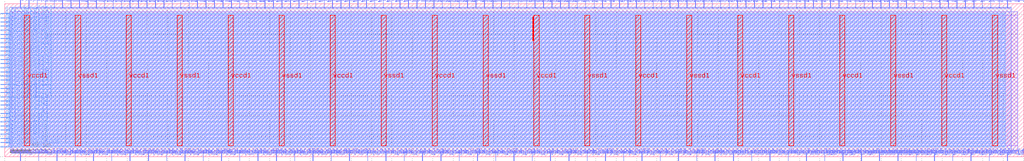
<source format=lef>
VERSION 5.7 ;
  NOWIREEXTENSIONATPIN ON ;
  DIVIDERCHAR "/" ;
  BUSBITCHARS "[]" ;
MACRO controller_core
  CLASS BLOCK ;
  FOREIGN controller_core ;
  ORIGIN 0.000 0.000 ;
  SIZE 1000.000 BY 150.000 ;
  PIN clock
    DIRECTION INPUT ;
    USE SIGNAL ;
    PORT
      LAYER met2 ;
        RECT 338.190 -4.000 338.470 4.000 ;
    END
  END clock
  PIN clock_out[0]
    DIRECTION OUTPUT TRISTATE ;
    USE SIGNAL ;
    PORT
      LAYER met2 ;
        RECT 280.230 146.000 280.510 154.000 ;
    END
  END clock_out[0]
  PIN clock_out[1]
    DIRECTION OUTPUT TRISTATE ;
    USE SIGNAL ;
    PORT
      LAYER met2 ;
        RECT 288.510 146.000 288.790 154.000 ;
    END
  END clock_out[1]
  PIN clock_out[2]
    DIRECTION OUTPUT TRISTATE ;
    USE SIGNAL ;
    PORT
      LAYER met2 ;
        RECT 296.790 146.000 297.070 154.000 ;
    END
  END clock_out[2]
  PIN clock_out[3]
    DIRECTION OUTPUT TRISTATE ;
    USE SIGNAL ;
    PORT
      LAYER met2 ;
        RECT 305.070 146.000 305.350 154.000 ;
    END
  END clock_out[3]
  PIN clock_out[4]
    DIRECTION OUTPUT TRISTATE ;
    USE SIGNAL ;
    PORT
      LAYER met2 ;
        RECT 313.350 146.000 313.630 154.000 ;
    END
  END clock_out[4]
  PIN clock_out[5]
    DIRECTION OUTPUT TRISTATE ;
    USE SIGNAL ;
    PORT
      LAYER met2 ;
        RECT 321.630 146.000 321.910 154.000 ;
    END
  END clock_out[5]
  PIN clock_out[6]
    DIRECTION OUTPUT TRISTATE ;
    USE SIGNAL ;
    PORT
      LAYER met2 ;
        RECT 329.910 146.000 330.190 154.000 ;
    END
  END clock_out[6]
  PIN clock_out[7]
    DIRECTION OUTPUT TRISTATE ;
    USE SIGNAL ;
    PORT
      LAYER met2 ;
        RECT 338.190 146.000 338.470 154.000 ;
    END
  END clock_out[7]
  PIN clock_out[8]
    DIRECTION OUTPUT TRISTATE ;
    USE SIGNAL ;
    PORT
      LAYER met2 ;
        RECT 346.470 146.000 346.750 154.000 ;
    END
  END clock_out[8]
  PIN clock_out[9]
    DIRECTION OUTPUT TRISTATE ;
    USE SIGNAL ;
    PORT
      LAYER met2 ;
        RECT 354.750 146.000 355.030 154.000 ;
    END
  END clock_out[9]
  PIN col_select_left[0]
    DIRECTION OUTPUT TRISTATE ;
    USE SIGNAL ;
    PORT
      LAYER met2 ;
        RECT 512.070 146.000 512.350 154.000 ;
    END
  END col_select_left[0]
  PIN col_select_left[1]
    DIRECTION OUTPUT TRISTATE ;
    USE SIGNAL ;
    PORT
      LAYER met2 ;
        RECT 520.350 146.000 520.630 154.000 ;
    END
  END col_select_left[1]
  PIN col_select_left[2]
    DIRECTION OUTPUT TRISTATE ;
    USE SIGNAL ;
    PORT
      LAYER met2 ;
        RECT 528.630 146.000 528.910 154.000 ;
    END
  END col_select_left[2]
  PIN col_select_left[3]
    DIRECTION OUTPUT TRISTATE ;
    USE SIGNAL ;
    PORT
      LAYER met2 ;
        RECT 536.910 146.000 537.190 154.000 ;
    END
  END col_select_left[3]
  PIN col_select_left[4]
    DIRECTION OUTPUT TRISTATE ;
    USE SIGNAL ;
    PORT
      LAYER met2 ;
        RECT 545.190 146.000 545.470 154.000 ;
    END
  END col_select_left[4]
  PIN col_select_left[5]
    DIRECTION OUTPUT TRISTATE ;
    USE SIGNAL ;
    PORT
      LAYER met2 ;
        RECT 553.470 146.000 553.750 154.000 ;
    END
  END col_select_left[5]
  PIN col_select_right[0]
    DIRECTION OUTPUT TRISTATE ;
    USE SIGNAL ;
    PORT
      LAYER met2 ;
        RECT 462.390 146.000 462.670 154.000 ;
    END
  END col_select_right[0]
  PIN col_select_right[1]
    DIRECTION OUTPUT TRISTATE ;
    USE SIGNAL ;
    PORT
      LAYER met2 ;
        RECT 470.670 146.000 470.950 154.000 ;
    END
  END col_select_right[1]
  PIN col_select_right[2]
    DIRECTION OUTPUT TRISTATE ;
    USE SIGNAL ;
    PORT
      LAYER met2 ;
        RECT 478.950 146.000 479.230 154.000 ;
    END
  END col_select_right[2]
  PIN col_select_right[3]
    DIRECTION OUTPUT TRISTATE ;
    USE SIGNAL ;
    PORT
      LAYER met2 ;
        RECT 487.230 146.000 487.510 154.000 ;
    END
  END col_select_right[3]
  PIN col_select_right[4]
    DIRECTION OUTPUT TRISTATE ;
    USE SIGNAL ;
    PORT
      LAYER met2 ;
        RECT 495.510 146.000 495.790 154.000 ;
    END
  END col_select_right[4]
  PIN col_select_right[5]
    DIRECTION OUTPUT TRISTATE ;
    USE SIGNAL ;
    PORT
      LAYER met2 ;
        RECT 503.790 146.000 504.070 154.000 ;
    END
  END col_select_right[5]
  PIN data_out_left[0]
    DIRECTION OUTPUT TRISTATE ;
    USE SIGNAL ;
    PORT
      LAYER met2 ;
        RECT 694.230 146.000 694.510 154.000 ;
    END
  END data_out_left[0]
  PIN data_out_left[10]
    DIRECTION OUTPUT TRISTATE ;
    USE SIGNAL ;
    PORT
      LAYER met2 ;
        RECT 777.030 146.000 777.310 154.000 ;
    END
  END data_out_left[10]
  PIN data_out_left[11]
    DIRECTION OUTPUT TRISTATE ;
    USE SIGNAL ;
    PORT
      LAYER met2 ;
        RECT 785.310 146.000 785.590 154.000 ;
    END
  END data_out_left[11]
  PIN data_out_left[12]
    DIRECTION OUTPUT TRISTATE ;
    USE SIGNAL ;
    PORT
      LAYER met2 ;
        RECT 793.590 146.000 793.870 154.000 ;
    END
  END data_out_left[12]
  PIN data_out_left[13]
    DIRECTION OUTPUT TRISTATE ;
    USE SIGNAL ;
    PORT
      LAYER met2 ;
        RECT 801.870 146.000 802.150 154.000 ;
    END
  END data_out_left[13]
  PIN data_out_left[14]
    DIRECTION OUTPUT TRISTATE ;
    USE SIGNAL ;
    PORT
      LAYER met2 ;
        RECT 810.150 146.000 810.430 154.000 ;
    END
  END data_out_left[14]
  PIN data_out_left[15]
    DIRECTION OUTPUT TRISTATE ;
    USE SIGNAL ;
    PORT
      LAYER met2 ;
        RECT 818.430 146.000 818.710 154.000 ;
    END
  END data_out_left[15]
  PIN data_out_left[1]
    DIRECTION OUTPUT TRISTATE ;
    USE SIGNAL ;
    PORT
      LAYER met2 ;
        RECT 702.510 146.000 702.790 154.000 ;
    END
  END data_out_left[1]
  PIN data_out_left[2]
    DIRECTION OUTPUT TRISTATE ;
    USE SIGNAL ;
    PORT
      LAYER met2 ;
        RECT 710.790 146.000 711.070 154.000 ;
    END
  END data_out_left[2]
  PIN data_out_left[3]
    DIRECTION OUTPUT TRISTATE ;
    USE SIGNAL ;
    PORT
      LAYER met2 ;
        RECT 719.070 146.000 719.350 154.000 ;
    END
  END data_out_left[3]
  PIN data_out_left[4]
    DIRECTION OUTPUT TRISTATE ;
    USE SIGNAL ;
    PORT
      LAYER met2 ;
        RECT 727.350 146.000 727.630 154.000 ;
    END
  END data_out_left[4]
  PIN data_out_left[5]
    DIRECTION OUTPUT TRISTATE ;
    USE SIGNAL ;
    PORT
      LAYER met2 ;
        RECT 735.630 146.000 735.910 154.000 ;
    END
  END data_out_left[5]
  PIN data_out_left[6]
    DIRECTION OUTPUT TRISTATE ;
    USE SIGNAL ;
    PORT
      LAYER met2 ;
        RECT 743.910 146.000 744.190 154.000 ;
    END
  END data_out_left[6]
  PIN data_out_left[7]
    DIRECTION OUTPUT TRISTATE ;
    USE SIGNAL ;
    PORT
      LAYER met2 ;
        RECT 752.190 146.000 752.470 154.000 ;
    END
  END data_out_left[7]
  PIN data_out_left[8]
    DIRECTION OUTPUT TRISTATE ;
    USE SIGNAL ;
    PORT
      LAYER met2 ;
        RECT 760.470 146.000 760.750 154.000 ;
    END
  END data_out_left[8]
  PIN data_out_left[9]
    DIRECTION OUTPUT TRISTATE ;
    USE SIGNAL ;
    PORT
      LAYER met2 ;
        RECT 768.750 146.000 769.030 154.000 ;
    END
  END data_out_left[9]
  PIN data_out_right[0]
    DIRECTION OUTPUT TRISTATE ;
    USE SIGNAL ;
    PORT
      LAYER met2 ;
        RECT 561.750 146.000 562.030 154.000 ;
    END
  END data_out_right[0]
  PIN data_out_right[10]
    DIRECTION OUTPUT TRISTATE ;
    USE SIGNAL ;
    PORT
      LAYER met2 ;
        RECT 644.550 146.000 644.830 154.000 ;
    END
  END data_out_right[10]
  PIN data_out_right[11]
    DIRECTION OUTPUT TRISTATE ;
    USE SIGNAL ;
    PORT
      LAYER met2 ;
        RECT 652.830 146.000 653.110 154.000 ;
    END
  END data_out_right[11]
  PIN data_out_right[12]
    DIRECTION OUTPUT TRISTATE ;
    USE SIGNAL ;
    PORT
      LAYER met2 ;
        RECT 661.110 146.000 661.390 154.000 ;
    END
  END data_out_right[12]
  PIN data_out_right[13]
    DIRECTION OUTPUT TRISTATE ;
    USE SIGNAL ;
    PORT
      LAYER met2 ;
        RECT 669.390 146.000 669.670 154.000 ;
    END
  END data_out_right[13]
  PIN data_out_right[14]
    DIRECTION OUTPUT TRISTATE ;
    USE SIGNAL ;
    PORT
      LAYER met2 ;
        RECT 677.670 146.000 677.950 154.000 ;
    END
  END data_out_right[14]
  PIN data_out_right[15]
    DIRECTION OUTPUT TRISTATE ;
    USE SIGNAL ;
    PORT
      LAYER met2 ;
        RECT 685.950 146.000 686.230 154.000 ;
    END
  END data_out_right[15]
  PIN data_out_right[1]
    DIRECTION OUTPUT TRISTATE ;
    USE SIGNAL ;
    PORT
      LAYER met2 ;
        RECT 570.030 146.000 570.310 154.000 ;
    END
  END data_out_right[1]
  PIN data_out_right[2]
    DIRECTION OUTPUT TRISTATE ;
    USE SIGNAL ;
    PORT
      LAYER met2 ;
        RECT 578.310 146.000 578.590 154.000 ;
    END
  END data_out_right[2]
  PIN data_out_right[3]
    DIRECTION OUTPUT TRISTATE ;
    USE SIGNAL ;
    PORT
      LAYER met2 ;
        RECT 586.590 146.000 586.870 154.000 ;
    END
  END data_out_right[3]
  PIN data_out_right[4]
    DIRECTION OUTPUT TRISTATE ;
    USE SIGNAL ;
    PORT
      LAYER met2 ;
        RECT 594.870 146.000 595.150 154.000 ;
    END
  END data_out_right[4]
  PIN data_out_right[5]
    DIRECTION OUTPUT TRISTATE ;
    USE SIGNAL ;
    PORT
      LAYER met2 ;
        RECT 603.150 146.000 603.430 154.000 ;
    END
  END data_out_right[5]
  PIN data_out_right[6]
    DIRECTION OUTPUT TRISTATE ;
    USE SIGNAL ;
    PORT
      LAYER met2 ;
        RECT 611.430 146.000 611.710 154.000 ;
    END
  END data_out_right[6]
  PIN data_out_right[7]
    DIRECTION OUTPUT TRISTATE ;
    USE SIGNAL ;
    PORT
      LAYER met2 ;
        RECT 619.710 146.000 619.990 154.000 ;
    END
  END data_out_right[7]
  PIN data_out_right[8]
    DIRECTION OUTPUT TRISTATE ;
    USE SIGNAL ;
    PORT
      LAYER met2 ;
        RECT 627.990 146.000 628.270 154.000 ;
    END
  END data_out_right[8]
  PIN data_out_right[9]
    DIRECTION OUTPUT TRISTATE ;
    USE SIGNAL ;
    PORT
      LAYER met2 ;
        RECT 636.270 146.000 636.550 154.000 ;
    END
  END data_out_right[9]
  PIN inverter_select[0]
    DIRECTION OUTPUT TRISTATE ;
    USE SIGNAL ;
    PORT
      LAYER met2 ;
        RECT 909.510 146.000 909.790 154.000 ;
    END
  END inverter_select[0]
  PIN inverter_select[1]
    DIRECTION OUTPUT TRISTATE ;
    USE SIGNAL ;
    PORT
      LAYER met2 ;
        RECT 917.790 146.000 918.070 154.000 ;
    END
  END inverter_select[1]
  PIN inverter_select[2]
    DIRECTION OUTPUT TRISTATE ;
    USE SIGNAL ;
    PORT
      LAYER met2 ;
        RECT 926.070 146.000 926.350 154.000 ;
    END
  END inverter_select[2]
  PIN inverter_select[3]
    DIRECTION OUTPUT TRISTATE ;
    USE SIGNAL ;
    PORT
      LAYER met2 ;
        RECT 934.350 146.000 934.630 154.000 ;
    END
  END inverter_select[3]
  PIN inverter_select[4]
    DIRECTION OUTPUT TRISTATE ;
    USE SIGNAL ;
    PORT
      LAYER met2 ;
        RECT 942.630 146.000 942.910 154.000 ;
    END
  END inverter_select[4]
  PIN inverter_select[5]
    DIRECTION OUTPUT TRISTATE ;
    USE SIGNAL ;
    PORT
      LAYER met2 ;
        RECT 950.910 146.000 951.190 154.000 ;
    END
  END inverter_select[5]
  PIN inverter_select[6]
    DIRECTION OUTPUT TRISTATE ;
    USE SIGNAL ;
    PORT
      LAYER met2 ;
        RECT 959.190 146.000 959.470 154.000 ;
    END
  END inverter_select[6]
  PIN inverter_select[7]
    DIRECTION OUTPUT TRISTATE ;
    USE SIGNAL ;
    PORT
      LAYER met2 ;
        RECT 967.470 146.000 967.750 154.000 ;
    END
  END inverter_select[7]
  PIN inverter_select[8]
    DIRECTION OUTPUT TRISTATE ;
    USE SIGNAL ;
    PORT
      LAYER met2 ;
        RECT 975.750 146.000 976.030 154.000 ;
    END
  END inverter_select[8]
  PIN inverter_select[9]
    DIRECTION OUTPUT TRISTATE ;
    USE SIGNAL ;
    PORT
      LAYER met2 ;
        RECT 984.030 146.000 984.310 154.000 ;
    END
  END inverter_select[9]
  PIN io_control_trigger_in
    DIRECTION INPUT ;
    USE SIGNAL ;
    PORT
      LAYER met2 ;
        RECT 750.810 -4.000 751.090 4.000 ;
    END
  END io_control_trigger_in
  PIN io_control_trigger_oeb
    DIRECTION OUTPUT TRISTATE ;
    USE SIGNAL ;
    PORT
      LAYER met2 ;
        RECT 768.750 -4.000 769.030 4.000 ;
    END
  END io_control_trigger_oeb
  PIN io_driver_io_oeb[0]
    DIRECTION OUTPUT TRISTATE ;
    USE SIGNAL ;
    PORT
      LAYER met2 ;
        RECT 822.570 -4.000 822.850 4.000 ;
    END
  END io_driver_io_oeb[0]
  PIN io_driver_io_oeb[1]
    DIRECTION OUTPUT TRISTATE ;
    USE SIGNAL ;
    PORT
      LAYER met2 ;
        RECT 840.510 -4.000 840.790 4.000 ;
    END
  END io_driver_io_oeb[1]
  PIN io_driver_io_oeb[2]
    DIRECTION OUTPUT TRISTATE ;
    USE SIGNAL ;
    PORT
      LAYER met2 ;
        RECT 858.450 -4.000 858.730 4.000 ;
    END
  END io_driver_io_oeb[2]
  PIN io_driver_io_oeb[3]
    DIRECTION OUTPUT TRISTATE ;
    USE SIGNAL ;
    PORT
      LAYER met2 ;
        RECT 876.390 -4.000 876.670 4.000 ;
    END
  END io_driver_io_oeb[3]
  PIN io_driver_io_oeb[4]
    DIRECTION OUTPUT TRISTATE ;
    USE SIGNAL ;
    PORT
      LAYER met2 ;
        RECT 894.330 -4.000 894.610 4.000 ;
    END
  END io_driver_io_oeb[4]
  PIN io_driver_io_oeb[5]
    DIRECTION OUTPUT TRISTATE ;
    USE SIGNAL ;
    PORT
      LAYER met2 ;
        RECT 912.270 -4.000 912.550 4.000 ;
    END
  END io_driver_io_oeb[5]
  PIN io_driver_io_oeb[6]
    DIRECTION OUTPUT TRISTATE ;
    USE SIGNAL ;
    PORT
      LAYER met2 ;
        RECT 930.210 -4.000 930.490 4.000 ;
    END
  END io_driver_io_oeb[6]
  PIN io_driver_io_oeb[7]
    DIRECTION OUTPUT TRISTATE ;
    USE SIGNAL ;
    PORT
      LAYER met2 ;
        RECT 948.150 -4.000 948.430 4.000 ;
    END
  END io_driver_io_oeb[7]
  PIN io_driver_io_oeb[8]
    DIRECTION OUTPUT TRISTATE ;
    USE SIGNAL ;
    PORT
      LAYER met2 ;
        RECT 966.090 -4.000 966.370 4.000 ;
    END
  END io_driver_io_oeb[8]
  PIN io_driver_io_oeb[9]
    DIRECTION OUTPUT TRISTATE ;
    USE SIGNAL ;
    PORT
      LAYER met2 ;
        RECT 984.030 -4.000 984.310 4.000 ;
    END
  END io_driver_io_oeb[9]
  PIN io_latch_data_in
    DIRECTION INPUT ;
    USE SIGNAL ;
    PORT
      LAYER met2 ;
        RECT 714.930 -4.000 715.210 4.000 ;
    END
  END io_latch_data_in
  PIN io_latch_data_oeb
    DIRECTION OUTPUT TRISTATE ;
    USE SIGNAL ;
    PORT
      LAYER met2 ;
        RECT 732.870 -4.000 733.150 4.000 ;
    END
  END io_latch_data_oeb
  PIN io_reset_n_in
    DIRECTION INPUT ;
    USE SIGNAL ;
    PORT
      LAYER met2 ;
        RECT 679.050 -4.000 679.330 4.000 ;
    END
  END io_reset_n_in
  PIN io_reset_n_oeb
    DIRECTION OUTPUT TRISTATE ;
    USE SIGNAL ;
    PORT
      LAYER met2 ;
        RECT 696.990 -4.000 697.270 4.000 ;
    END
  END io_reset_n_oeb
  PIN io_update_cycle_complete_oeb
    DIRECTION OUTPUT TRISTATE ;
    USE SIGNAL ;
    PORT
      LAYER met2 ;
        RECT 804.630 -4.000 804.910 4.000 ;
    END
  END io_update_cycle_complete_oeb
  PIN io_update_cycle_complete_out
    DIRECTION OUTPUT TRISTATE ;
    USE SIGNAL ;
    PORT
      LAYER met2 ;
        RECT 786.690 -4.000 786.970 4.000 ;
    END
  END io_update_cycle_complete_out
  PIN la_data_in[0]
    DIRECTION INPUT ;
    USE SIGNAL ;
    PORT
      LAYER met2 ;
        RECT 15.270 -4.000 15.550 4.000 ;
    END
  END la_data_in[0]
  PIN la_data_in[10]
    DIRECTION INPUT ;
    USE SIGNAL ;
    PORT
      LAYER met2 ;
        RECT 194.670 -4.000 194.950 4.000 ;
    END
  END la_data_in[10]
  PIN la_data_in[11]
    DIRECTION INPUT ;
    USE SIGNAL ;
    PORT
      LAYER met2 ;
        RECT 212.610 -4.000 212.890 4.000 ;
    END
  END la_data_in[11]
  PIN la_data_in[12]
    DIRECTION INPUT ;
    USE SIGNAL ;
    PORT
      LAYER met2 ;
        RECT 230.550 -4.000 230.830 4.000 ;
    END
  END la_data_in[12]
  PIN la_data_in[13]
    DIRECTION INPUT ;
    USE SIGNAL ;
    PORT
      LAYER met2 ;
        RECT 248.490 -4.000 248.770 4.000 ;
    END
  END la_data_in[13]
  PIN la_data_in[14]
    DIRECTION INPUT ;
    USE SIGNAL ;
    PORT
      LAYER met2 ;
        RECT 266.430 -4.000 266.710 4.000 ;
    END
  END la_data_in[14]
  PIN la_data_in[15]
    DIRECTION INPUT ;
    USE SIGNAL ;
    PORT
      LAYER met2 ;
        RECT 284.370 -4.000 284.650 4.000 ;
    END
  END la_data_in[15]
  PIN la_data_in[16]
    DIRECTION INPUT ;
    USE SIGNAL ;
    PORT
      LAYER met2 ;
        RECT 302.310 -4.000 302.590 4.000 ;
    END
  END la_data_in[16]
  PIN la_data_in[17]
    DIRECTION INPUT ;
    USE SIGNAL ;
    PORT
      LAYER met2 ;
        RECT 320.250 -4.000 320.530 4.000 ;
    END
  END la_data_in[17]
  PIN la_data_in[1]
    DIRECTION INPUT ;
    USE SIGNAL ;
    PORT
      LAYER met2 ;
        RECT 33.210 -4.000 33.490 4.000 ;
    END
  END la_data_in[1]
  PIN la_data_in[2]
    DIRECTION INPUT ;
    USE SIGNAL ;
    PORT
      LAYER met2 ;
        RECT 51.150 -4.000 51.430 4.000 ;
    END
  END la_data_in[2]
  PIN la_data_in[3]
    DIRECTION INPUT ;
    USE SIGNAL ;
    PORT
      LAYER met2 ;
        RECT 69.090 -4.000 69.370 4.000 ;
    END
  END la_data_in[3]
  PIN la_data_in[4]
    DIRECTION INPUT ;
    USE SIGNAL ;
    PORT
      LAYER met2 ;
        RECT 87.030 -4.000 87.310 4.000 ;
    END
  END la_data_in[4]
  PIN la_data_in[5]
    DIRECTION INPUT ;
    USE SIGNAL ;
    PORT
      LAYER met2 ;
        RECT 104.970 -4.000 105.250 4.000 ;
    END
  END la_data_in[5]
  PIN la_data_in[6]
    DIRECTION INPUT ;
    USE SIGNAL ;
    PORT
      LAYER met2 ;
        RECT 122.910 -4.000 123.190 4.000 ;
    END
  END la_data_in[6]
  PIN la_data_in[7]
    DIRECTION INPUT ;
    USE SIGNAL ;
    PORT
      LAYER met2 ;
        RECT 140.850 -4.000 141.130 4.000 ;
    END
  END la_data_in[7]
  PIN la_data_in[8]
    DIRECTION INPUT ;
    USE SIGNAL ;
    PORT
      LAYER met2 ;
        RECT 158.790 -4.000 159.070 4.000 ;
    END
  END la_data_in[8]
  PIN la_data_in[9]
    DIRECTION INPUT ;
    USE SIGNAL ;
    PORT
      LAYER met2 ;
        RECT 176.730 -4.000 177.010 4.000 ;
    END
  END la_data_in[9]
  PIN la_oenb[0]
    DIRECTION INPUT ;
    USE SIGNAL ;
    PORT
      LAYER met2 ;
        RECT 356.130 -4.000 356.410 4.000 ;
    END
  END la_oenb[0]
  PIN la_oenb[10]
    DIRECTION INPUT ;
    USE SIGNAL ;
    PORT
      LAYER met2 ;
        RECT 535.530 -4.000 535.810 4.000 ;
    END
  END la_oenb[10]
  PIN la_oenb[11]
    DIRECTION INPUT ;
    USE SIGNAL ;
    PORT
      LAYER met2 ;
        RECT 553.470 -4.000 553.750 4.000 ;
    END
  END la_oenb[11]
  PIN la_oenb[12]
    DIRECTION INPUT ;
    USE SIGNAL ;
    PORT
      LAYER met2 ;
        RECT 571.410 -4.000 571.690 4.000 ;
    END
  END la_oenb[12]
  PIN la_oenb[13]
    DIRECTION INPUT ;
    USE SIGNAL ;
    PORT
      LAYER met2 ;
        RECT 589.350 -4.000 589.630 4.000 ;
    END
  END la_oenb[13]
  PIN la_oenb[14]
    DIRECTION INPUT ;
    USE SIGNAL ;
    PORT
      LAYER met2 ;
        RECT 607.290 -4.000 607.570 4.000 ;
    END
  END la_oenb[14]
  PIN la_oenb[15]
    DIRECTION INPUT ;
    USE SIGNAL ;
    PORT
      LAYER met2 ;
        RECT 625.230 -4.000 625.510 4.000 ;
    END
  END la_oenb[15]
  PIN la_oenb[16]
    DIRECTION INPUT ;
    USE SIGNAL ;
    PORT
      LAYER met2 ;
        RECT 643.170 -4.000 643.450 4.000 ;
    END
  END la_oenb[16]
  PIN la_oenb[17]
    DIRECTION INPUT ;
    USE SIGNAL ;
    PORT
      LAYER met2 ;
        RECT 661.110 -4.000 661.390 4.000 ;
    END
  END la_oenb[17]
  PIN la_oenb[1]
    DIRECTION INPUT ;
    USE SIGNAL ;
    PORT
      LAYER met2 ;
        RECT 374.070 -4.000 374.350 4.000 ;
    END
  END la_oenb[1]
  PIN la_oenb[2]
    DIRECTION INPUT ;
    USE SIGNAL ;
    PORT
      LAYER met2 ;
        RECT 392.010 -4.000 392.290 4.000 ;
    END
  END la_oenb[2]
  PIN la_oenb[3]
    DIRECTION INPUT ;
    USE SIGNAL ;
    PORT
      LAYER met2 ;
        RECT 409.950 -4.000 410.230 4.000 ;
    END
  END la_oenb[3]
  PIN la_oenb[4]
    DIRECTION INPUT ;
    USE SIGNAL ;
    PORT
      LAYER met2 ;
        RECT 427.890 -4.000 428.170 4.000 ;
    END
  END la_oenb[4]
  PIN la_oenb[5]
    DIRECTION INPUT ;
    USE SIGNAL ;
    PORT
      LAYER met2 ;
        RECT 445.830 -4.000 446.110 4.000 ;
    END
  END la_oenb[5]
  PIN la_oenb[6]
    DIRECTION INPUT ;
    USE SIGNAL ;
    PORT
      LAYER met2 ;
        RECT 463.770 -4.000 464.050 4.000 ;
    END
  END la_oenb[6]
  PIN la_oenb[7]
    DIRECTION INPUT ;
    USE SIGNAL ;
    PORT
      LAYER met2 ;
        RECT 481.710 -4.000 481.990 4.000 ;
    END
  END la_oenb[7]
  PIN la_oenb[8]
    DIRECTION INPUT ;
    USE SIGNAL ;
    PORT
      LAYER met2 ;
        RECT 499.650 -4.000 499.930 4.000 ;
    END
  END la_oenb[8]
  PIN la_oenb[9]
    DIRECTION INPUT ;
    USE SIGNAL ;
    PORT
      LAYER met2 ;
        RECT 517.590 -4.000 517.870 4.000 ;
    END
  END la_oenb[9]
  PIN mem_address_left[0]
    DIRECTION OUTPUT TRISTATE ;
    USE SIGNAL ;
    PORT
      LAYER met2 ;
        RECT 114.630 146.000 114.910 154.000 ;
    END
  END mem_address_left[0]
  PIN mem_address_left[1]
    DIRECTION OUTPUT TRISTATE ;
    USE SIGNAL ;
    PORT
      LAYER met2 ;
        RECT 122.910 146.000 123.190 154.000 ;
    END
  END mem_address_left[1]
  PIN mem_address_left[2]
    DIRECTION OUTPUT TRISTATE ;
    USE SIGNAL ;
    PORT
      LAYER met2 ;
        RECT 131.190 146.000 131.470 154.000 ;
    END
  END mem_address_left[2]
  PIN mem_address_left[3]
    DIRECTION OUTPUT TRISTATE ;
    USE SIGNAL ;
    PORT
      LAYER met2 ;
        RECT 139.470 146.000 139.750 154.000 ;
    END
  END mem_address_left[3]
  PIN mem_address_left[4]
    DIRECTION OUTPUT TRISTATE ;
    USE SIGNAL ;
    PORT
      LAYER met2 ;
        RECT 147.750 146.000 148.030 154.000 ;
    END
  END mem_address_left[4]
  PIN mem_address_left[5]
    DIRECTION OUTPUT TRISTATE ;
    USE SIGNAL ;
    PORT
      LAYER met2 ;
        RECT 156.030 146.000 156.310 154.000 ;
    END
  END mem_address_left[5]
  PIN mem_address_left[6]
    DIRECTION OUTPUT TRISTATE ;
    USE SIGNAL ;
    PORT
      LAYER met2 ;
        RECT 164.310 146.000 164.590 154.000 ;
    END
  END mem_address_left[6]
  PIN mem_address_left[7]
    DIRECTION OUTPUT TRISTATE ;
    USE SIGNAL ;
    PORT
      LAYER met2 ;
        RECT 172.590 146.000 172.870 154.000 ;
    END
  END mem_address_left[7]
  PIN mem_address_left[8]
    DIRECTION OUTPUT TRISTATE ;
    USE SIGNAL ;
    PORT
      LAYER met2 ;
        RECT 180.870 146.000 181.150 154.000 ;
    END
  END mem_address_left[8]
  PIN mem_address_left[9]
    DIRECTION OUTPUT TRISTATE ;
    USE SIGNAL ;
    PORT
      LAYER met2 ;
        RECT 189.150 146.000 189.430 154.000 ;
    END
  END mem_address_left[9]
  PIN mem_address_right[0]
    DIRECTION OUTPUT TRISTATE ;
    USE SIGNAL ;
    PORT
      LAYER met2 ;
        RECT 31.830 146.000 32.110 154.000 ;
    END
  END mem_address_right[0]
  PIN mem_address_right[1]
    DIRECTION OUTPUT TRISTATE ;
    USE SIGNAL ;
    PORT
      LAYER met2 ;
        RECT 40.110 146.000 40.390 154.000 ;
    END
  END mem_address_right[1]
  PIN mem_address_right[2]
    DIRECTION OUTPUT TRISTATE ;
    USE SIGNAL ;
    PORT
      LAYER met2 ;
        RECT 48.390 146.000 48.670 154.000 ;
    END
  END mem_address_right[2]
  PIN mem_address_right[3]
    DIRECTION OUTPUT TRISTATE ;
    USE SIGNAL ;
    PORT
      LAYER met2 ;
        RECT 56.670 146.000 56.950 154.000 ;
    END
  END mem_address_right[3]
  PIN mem_address_right[4]
    DIRECTION OUTPUT TRISTATE ;
    USE SIGNAL ;
    PORT
      LAYER met2 ;
        RECT 64.950 146.000 65.230 154.000 ;
    END
  END mem_address_right[4]
  PIN mem_address_right[5]
    DIRECTION OUTPUT TRISTATE ;
    USE SIGNAL ;
    PORT
      LAYER met2 ;
        RECT 73.230 146.000 73.510 154.000 ;
    END
  END mem_address_right[5]
  PIN mem_address_right[6]
    DIRECTION OUTPUT TRISTATE ;
    USE SIGNAL ;
    PORT
      LAYER met2 ;
        RECT 81.510 146.000 81.790 154.000 ;
    END
  END mem_address_right[6]
  PIN mem_address_right[7]
    DIRECTION OUTPUT TRISTATE ;
    USE SIGNAL ;
    PORT
      LAYER met2 ;
        RECT 89.790 146.000 90.070 154.000 ;
    END
  END mem_address_right[7]
  PIN mem_address_right[8]
    DIRECTION OUTPUT TRISTATE ;
    USE SIGNAL ;
    PORT
      LAYER met2 ;
        RECT 98.070 146.000 98.350 154.000 ;
    END
  END mem_address_right[8]
  PIN mem_address_right[9]
    DIRECTION OUTPUT TRISTATE ;
    USE SIGNAL ;
    PORT
      LAYER met2 ;
        RECT 106.350 146.000 106.630 154.000 ;
    END
  END mem_address_right[9]
  PIN mem_write_n[0]
    DIRECTION OUTPUT TRISTATE ;
    USE SIGNAL ;
    PORT
      LAYER met2 ;
        RECT 197.430 146.000 197.710 154.000 ;
    END
  END mem_write_n[0]
  PIN mem_write_n[1]
    DIRECTION OUTPUT TRISTATE ;
    USE SIGNAL ;
    PORT
      LAYER met2 ;
        RECT 205.710 146.000 205.990 154.000 ;
    END
  END mem_write_n[1]
  PIN mem_write_n[2]
    DIRECTION OUTPUT TRISTATE ;
    USE SIGNAL ;
    PORT
      LAYER met2 ;
        RECT 213.990 146.000 214.270 154.000 ;
    END
  END mem_write_n[2]
  PIN mem_write_n[3]
    DIRECTION OUTPUT TRISTATE ;
    USE SIGNAL ;
    PORT
      LAYER met2 ;
        RECT 222.270 146.000 222.550 154.000 ;
    END
  END mem_write_n[3]
  PIN mem_write_n[4]
    DIRECTION OUTPUT TRISTATE ;
    USE SIGNAL ;
    PORT
      LAYER met2 ;
        RECT 230.550 146.000 230.830 154.000 ;
    END
  END mem_write_n[4]
  PIN mem_write_n[5]
    DIRECTION OUTPUT TRISTATE ;
    USE SIGNAL ;
    PORT
      LAYER met2 ;
        RECT 238.830 146.000 239.110 154.000 ;
    END
  END mem_write_n[5]
  PIN mem_write_n[6]
    DIRECTION OUTPUT TRISTATE ;
    USE SIGNAL ;
    PORT
      LAYER met2 ;
        RECT 247.110 146.000 247.390 154.000 ;
    END
  END mem_write_n[6]
  PIN mem_write_n[7]
    DIRECTION OUTPUT TRISTATE ;
    USE SIGNAL ;
    PORT
      LAYER met2 ;
        RECT 255.390 146.000 255.670 154.000 ;
    END
  END mem_write_n[7]
  PIN mem_write_n[8]
    DIRECTION OUTPUT TRISTATE ;
    USE SIGNAL ;
    PORT
      LAYER met2 ;
        RECT 263.670 146.000 263.950 154.000 ;
    END
  END mem_write_n[8]
  PIN mem_write_n[9]
    DIRECTION OUTPUT TRISTATE ;
    USE SIGNAL ;
    PORT
      LAYER met2 ;
        RECT 271.950 146.000 272.230 154.000 ;
    END
  END mem_write_n[9]
  PIN output_active_left
    DIRECTION OUTPUT TRISTATE ;
    USE SIGNAL ;
    PORT
      LAYER met2 ;
        RECT 23.550 146.000 23.830 154.000 ;
    END
  END output_active_left
  PIN output_active_right
    DIRECTION OUTPUT TRISTATE ;
    USE SIGNAL ;
    PORT
      LAYER met2 ;
        RECT 15.270 146.000 15.550 154.000 ;
    END
  END output_active_right
  PIN row_col_select[0]
    DIRECTION OUTPUT TRISTATE ;
    USE SIGNAL ;
    PORT
      LAYER met2 ;
        RECT 826.710 146.000 826.990 154.000 ;
    END
  END row_col_select[0]
  PIN row_col_select[1]
    DIRECTION OUTPUT TRISTATE ;
    USE SIGNAL ;
    PORT
      LAYER met2 ;
        RECT 834.990 146.000 835.270 154.000 ;
    END
  END row_col_select[1]
  PIN row_col_select[2]
    DIRECTION OUTPUT TRISTATE ;
    USE SIGNAL ;
    PORT
      LAYER met2 ;
        RECT 843.270 146.000 843.550 154.000 ;
    END
  END row_col_select[2]
  PIN row_col_select[3]
    DIRECTION OUTPUT TRISTATE ;
    USE SIGNAL ;
    PORT
      LAYER met2 ;
        RECT 851.550 146.000 851.830 154.000 ;
    END
  END row_col_select[3]
  PIN row_col_select[4]
    DIRECTION OUTPUT TRISTATE ;
    USE SIGNAL ;
    PORT
      LAYER met2 ;
        RECT 859.830 146.000 860.110 154.000 ;
    END
  END row_col_select[4]
  PIN row_col_select[5]
    DIRECTION OUTPUT TRISTATE ;
    USE SIGNAL ;
    PORT
      LAYER met2 ;
        RECT 868.110 146.000 868.390 154.000 ;
    END
  END row_col_select[5]
  PIN row_col_select[6]
    DIRECTION OUTPUT TRISTATE ;
    USE SIGNAL ;
    PORT
      LAYER met2 ;
        RECT 876.390 146.000 876.670 154.000 ;
    END
  END row_col_select[6]
  PIN row_col_select[7]
    DIRECTION OUTPUT TRISTATE ;
    USE SIGNAL ;
    PORT
      LAYER met2 ;
        RECT 884.670 146.000 884.950 154.000 ;
    END
  END row_col_select[7]
  PIN row_col_select[8]
    DIRECTION OUTPUT TRISTATE ;
    USE SIGNAL ;
    PORT
      LAYER met2 ;
        RECT 892.950 146.000 893.230 154.000 ;
    END
  END row_col_select[8]
  PIN row_col_select[9]
    DIRECTION OUTPUT TRISTATE ;
    USE SIGNAL ;
    PORT
      LAYER met2 ;
        RECT 901.230 146.000 901.510 154.000 ;
    END
  END row_col_select[9]
  PIN row_select_left[0]
    DIRECTION OUTPUT TRISTATE ;
    USE SIGNAL ;
    PORT
      LAYER met2 ;
        RECT 412.710 146.000 412.990 154.000 ;
    END
  END row_select_left[0]
  PIN row_select_left[1]
    DIRECTION OUTPUT TRISTATE ;
    USE SIGNAL ;
    PORT
      LAYER met2 ;
        RECT 420.990 146.000 421.270 154.000 ;
    END
  END row_select_left[1]
  PIN row_select_left[2]
    DIRECTION OUTPUT TRISTATE ;
    USE SIGNAL ;
    PORT
      LAYER met2 ;
        RECT 429.270 146.000 429.550 154.000 ;
    END
  END row_select_left[2]
  PIN row_select_left[3]
    DIRECTION OUTPUT TRISTATE ;
    USE SIGNAL ;
    PORT
      LAYER met2 ;
        RECT 437.550 146.000 437.830 154.000 ;
    END
  END row_select_left[3]
  PIN row_select_left[4]
    DIRECTION OUTPUT TRISTATE ;
    USE SIGNAL ;
    PORT
      LAYER met2 ;
        RECT 445.830 146.000 446.110 154.000 ;
    END
  END row_select_left[4]
  PIN row_select_left[5]
    DIRECTION OUTPUT TRISTATE ;
    USE SIGNAL ;
    PORT
      LAYER met2 ;
        RECT 454.110 146.000 454.390 154.000 ;
    END
  END row_select_left[5]
  PIN row_select_right[0]
    DIRECTION OUTPUT TRISTATE ;
    USE SIGNAL ;
    PORT
      LAYER met2 ;
        RECT 363.030 146.000 363.310 154.000 ;
    END
  END row_select_right[0]
  PIN row_select_right[1]
    DIRECTION OUTPUT TRISTATE ;
    USE SIGNAL ;
    PORT
      LAYER met2 ;
        RECT 371.310 146.000 371.590 154.000 ;
    END
  END row_select_right[1]
  PIN row_select_right[2]
    DIRECTION OUTPUT TRISTATE ;
    USE SIGNAL ;
    PORT
      LAYER met2 ;
        RECT 379.590 146.000 379.870 154.000 ;
    END
  END row_select_right[2]
  PIN row_select_right[3]
    DIRECTION OUTPUT TRISTATE ;
    USE SIGNAL ;
    PORT
      LAYER met2 ;
        RECT 387.870 146.000 388.150 154.000 ;
    END
  END row_select_right[3]
  PIN row_select_right[4]
    DIRECTION OUTPUT TRISTATE ;
    USE SIGNAL ;
    PORT
      LAYER met2 ;
        RECT 396.150 146.000 396.430 154.000 ;
    END
  END row_select_right[4]
  PIN row_select_right[5]
    DIRECTION OUTPUT TRISTATE ;
    USE SIGNAL ;
    PORT
      LAYER met2 ;
        RECT 404.430 146.000 404.710 154.000 ;
    END
  END row_select_right[5]
  PIN spi_data[0]
    DIRECTION INPUT ;
    USE SIGNAL ;
    PORT
      LAYER met3 ;
        RECT -4.000 13.640 4.000 14.240 ;
    END
  END spi_data[0]
  PIN spi_data[10]
    DIRECTION INPUT ;
    USE SIGNAL ;
    PORT
      LAYER met3 ;
        RECT -4.000 54.440 4.000 55.040 ;
    END
  END spi_data[10]
  PIN spi_data[11]
    DIRECTION INPUT ;
    USE SIGNAL ;
    PORT
      LAYER met3 ;
        RECT -4.000 58.520 4.000 59.120 ;
    END
  END spi_data[11]
  PIN spi_data[12]
    DIRECTION INPUT ;
    USE SIGNAL ;
    PORT
      LAYER met3 ;
        RECT -4.000 62.600 4.000 63.200 ;
    END
  END spi_data[12]
  PIN spi_data[13]
    DIRECTION INPUT ;
    USE SIGNAL ;
    PORT
      LAYER met3 ;
        RECT -4.000 66.680 4.000 67.280 ;
    END
  END spi_data[13]
  PIN spi_data[14]
    DIRECTION INPUT ;
    USE SIGNAL ;
    PORT
      LAYER met3 ;
        RECT -4.000 70.760 4.000 71.360 ;
    END
  END spi_data[14]
  PIN spi_data[15]
    DIRECTION INPUT ;
    USE SIGNAL ;
    PORT
      LAYER met3 ;
        RECT -4.000 74.840 4.000 75.440 ;
    END
  END spi_data[15]
  PIN spi_data[16]
    DIRECTION INPUT ;
    USE SIGNAL ;
    PORT
      LAYER met3 ;
        RECT -4.000 78.920 4.000 79.520 ;
    END
  END spi_data[16]
  PIN spi_data[17]
    DIRECTION INPUT ;
    USE SIGNAL ;
    PORT
      LAYER met3 ;
        RECT -4.000 83.000 4.000 83.600 ;
    END
  END spi_data[17]
  PIN spi_data[18]
    DIRECTION INPUT ;
    USE SIGNAL ;
    PORT
      LAYER met3 ;
        RECT -4.000 87.080 4.000 87.680 ;
    END
  END spi_data[18]
  PIN spi_data[19]
    DIRECTION INPUT ;
    USE SIGNAL ;
    PORT
      LAYER met3 ;
        RECT -4.000 91.160 4.000 91.760 ;
    END
  END spi_data[19]
  PIN spi_data[1]
    DIRECTION INPUT ;
    USE SIGNAL ;
    PORT
      LAYER met3 ;
        RECT -4.000 17.720 4.000 18.320 ;
    END
  END spi_data[1]
  PIN spi_data[20]
    DIRECTION INPUT ;
    USE SIGNAL ;
    PORT
      LAYER met3 ;
        RECT -4.000 95.240 4.000 95.840 ;
    END
  END spi_data[20]
  PIN spi_data[21]
    DIRECTION INPUT ;
    USE SIGNAL ;
    PORT
      LAYER met3 ;
        RECT -4.000 99.320 4.000 99.920 ;
    END
  END spi_data[21]
  PIN spi_data[22]
    DIRECTION INPUT ;
    USE SIGNAL ;
    PORT
      LAYER met3 ;
        RECT -4.000 103.400 4.000 104.000 ;
    END
  END spi_data[22]
  PIN spi_data[23]
    DIRECTION INPUT ;
    USE SIGNAL ;
    PORT
      LAYER met3 ;
        RECT -4.000 107.480 4.000 108.080 ;
    END
  END spi_data[23]
  PIN spi_data[24]
    DIRECTION INPUT ;
    USE SIGNAL ;
    PORT
      LAYER met3 ;
        RECT -4.000 111.560 4.000 112.160 ;
    END
  END spi_data[24]
  PIN spi_data[25]
    DIRECTION INPUT ;
    USE SIGNAL ;
    PORT
      LAYER met3 ;
        RECT -4.000 115.640 4.000 116.240 ;
    END
  END spi_data[25]
  PIN spi_data[26]
    DIRECTION INPUT ;
    USE SIGNAL ;
    PORT
      LAYER met3 ;
        RECT -4.000 119.720 4.000 120.320 ;
    END
  END spi_data[26]
  PIN spi_data[27]
    DIRECTION INPUT ;
    USE SIGNAL ;
    PORT
      LAYER met3 ;
        RECT -4.000 123.800 4.000 124.400 ;
    END
  END spi_data[27]
  PIN spi_data[28]
    DIRECTION INPUT ;
    USE SIGNAL ;
    PORT
      LAYER met3 ;
        RECT -4.000 127.880 4.000 128.480 ;
    END
  END spi_data[28]
  PIN spi_data[29]
    DIRECTION INPUT ;
    USE SIGNAL ;
    PORT
      LAYER met3 ;
        RECT -4.000 131.960 4.000 132.560 ;
    END
  END spi_data[29]
  PIN spi_data[2]
    DIRECTION INPUT ;
    USE SIGNAL ;
    PORT
      LAYER met3 ;
        RECT -4.000 21.800 4.000 22.400 ;
    END
  END spi_data[2]
  PIN spi_data[30]
    DIRECTION INPUT ;
    USE SIGNAL ;
    PORT
      LAYER met3 ;
        RECT -4.000 136.040 4.000 136.640 ;
    END
  END spi_data[30]
  PIN spi_data[31]
    DIRECTION INPUT ;
    USE SIGNAL ;
    PORT
      LAYER met3 ;
        RECT -4.000 140.120 4.000 140.720 ;
    END
  END spi_data[31]
  PIN spi_data[3]
    DIRECTION INPUT ;
    USE SIGNAL ;
    PORT
      LAYER met3 ;
        RECT -4.000 25.880 4.000 26.480 ;
    END
  END spi_data[3]
  PIN spi_data[4]
    DIRECTION INPUT ;
    USE SIGNAL ;
    PORT
      LAYER met3 ;
        RECT -4.000 29.960 4.000 30.560 ;
    END
  END spi_data[4]
  PIN spi_data[5]
    DIRECTION INPUT ;
    USE SIGNAL ;
    PORT
      LAYER met3 ;
        RECT -4.000 34.040 4.000 34.640 ;
    END
  END spi_data[5]
  PIN spi_data[6]
    DIRECTION INPUT ;
    USE SIGNAL ;
    PORT
      LAYER met3 ;
        RECT -4.000 38.120 4.000 38.720 ;
    END
  END spi_data[6]
  PIN spi_data[7]
    DIRECTION INPUT ;
    USE SIGNAL ;
    PORT
      LAYER met3 ;
        RECT -4.000 42.200 4.000 42.800 ;
    END
  END spi_data[7]
  PIN spi_data[8]
    DIRECTION INPUT ;
    USE SIGNAL ;
    PORT
      LAYER met3 ;
        RECT -4.000 46.280 4.000 46.880 ;
    END
  END spi_data[8]
  PIN spi_data[9]
    DIRECTION INPUT ;
    USE SIGNAL ;
    PORT
      LAYER met3 ;
        RECT -4.000 50.360 4.000 50.960 ;
    END
  END spi_data[9]
  PIN spi_data_clock
    DIRECTION INPUT ;
    USE SIGNAL ;
    PORT
      LAYER met3 ;
        RECT -4.000 9.560 4.000 10.160 ;
    END
  END spi_data_clock
  PIN vccd1
    DIRECTION INOUT ;
    USE POWER ;
    PORT
      LAYER met4 ;
        RECT 19.340 10.640 24.340 138.960 ;
    END
    PORT
      LAYER met4 ;
        RECT 119.340 10.640 124.340 138.960 ;
    END
    PORT
      LAYER met4 ;
        RECT 219.340 10.640 224.340 138.960 ;
    END
    PORT
      LAYER met4 ;
        RECT 319.340 10.640 324.340 138.960 ;
    END
    PORT
      LAYER met4 ;
        RECT 419.340 10.640 424.340 138.960 ;
    END
    PORT
      LAYER met4 ;
        RECT 519.340 10.640 524.340 138.960 ;
    END
    PORT
      LAYER met4 ;
        RECT 619.340 10.640 624.340 138.960 ;
    END
    PORT
      LAYER met4 ;
        RECT 719.340 10.640 724.340 138.960 ;
    END
    PORT
      LAYER met4 ;
        RECT 819.340 10.640 824.340 138.960 ;
    END
    PORT
      LAYER met4 ;
        RECT 919.340 10.640 924.340 138.960 ;
    END
  END vccd1
  PIN vssd1
    DIRECTION INOUT ;
    USE GROUND ;
    PORT
      LAYER met4 ;
        RECT 69.340 10.640 74.340 138.960 ;
    END
    PORT
      LAYER met4 ;
        RECT 169.340 10.640 174.340 138.960 ;
    END
    PORT
      LAYER met4 ;
        RECT 269.340 10.640 274.340 138.960 ;
    END
    PORT
      LAYER met4 ;
        RECT 369.340 10.640 374.340 138.960 ;
    END
    PORT
      LAYER met4 ;
        RECT 469.340 10.640 474.340 138.960 ;
    END
    PORT
      LAYER met4 ;
        RECT 569.340 10.640 574.340 138.960 ;
    END
    PORT
      LAYER met4 ;
        RECT 669.340 10.640 674.340 138.960 ;
    END
    PORT
      LAYER met4 ;
        RECT 769.340 10.640 774.340 138.960 ;
    END
    PORT
      LAYER met4 ;
        RECT 869.340 10.640 874.340 138.960 ;
    END
    PORT
      LAYER met4 ;
        RECT 969.340 10.640 974.340 138.960 ;
    END
  END vssd1
  OBS
      LAYER li1 ;
        RECT 5.520 10.795 994.060 138.805 ;
      LAYER met1 ;
        RECT 5.520 5.480 994.060 142.420 ;
      LAYER met2 ;
        RECT 6.990 145.720 14.990 146.610 ;
        RECT 15.830 145.720 23.270 146.610 ;
        RECT 24.110 145.720 31.550 146.610 ;
        RECT 32.390 145.720 39.830 146.610 ;
        RECT 40.670 145.720 48.110 146.610 ;
        RECT 48.950 145.720 56.390 146.610 ;
        RECT 57.230 145.720 64.670 146.610 ;
        RECT 65.510 145.720 72.950 146.610 ;
        RECT 73.790 145.720 81.230 146.610 ;
        RECT 82.070 145.720 89.510 146.610 ;
        RECT 90.350 145.720 97.790 146.610 ;
        RECT 98.630 145.720 106.070 146.610 ;
        RECT 106.910 145.720 114.350 146.610 ;
        RECT 115.190 145.720 122.630 146.610 ;
        RECT 123.470 145.720 130.910 146.610 ;
        RECT 131.750 145.720 139.190 146.610 ;
        RECT 140.030 145.720 147.470 146.610 ;
        RECT 148.310 145.720 155.750 146.610 ;
        RECT 156.590 145.720 164.030 146.610 ;
        RECT 164.870 145.720 172.310 146.610 ;
        RECT 173.150 145.720 180.590 146.610 ;
        RECT 181.430 145.720 188.870 146.610 ;
        RECT 189.710 145.720 197.150 146.610 ;
        RECT 197.990 145.720 205.430 146.610 ;
        RECT 206.270 145.720 213.710 146.610 ;
        RECT 214.550 145.720 221.990 146.610 ;
        RECT 222.830 145.720 230.270 146.610 ;
        RECT 231.110 145.720 238.550 146.610 ;
        RECT 239.390 145.720 246.830 146.610 ;
        RECT 247.670 145.720 255.110 146.610 ;
        RECT 255.950 145.720 263.390 146.610 ;
        RECT 264.230 145.720 271.670 146.610 ;
        RECT 272.510 145.720 279.950 146.610 ;
        RECT 280.790 145.720 288.230 146.610 ;
        RECT 289.070 145.720 296.510 146.610 ;
        RECT 297.350 145.720 304.790 146.610 ;
        RECT 305.630 145.720 313.070 146.610 ;
        RECT 313.910 145.720 321.350 146.610 ;
        RECT 322.190 145.720 329.630 146.610 ;
        RECT 330.470 145.720 337.910 146.610 ;
        RECT 338.750 145.720 346.190 146.610 ;
        RECT 347.030 145.720 354.470 146.610 ;
        RECT 355.310 145.720 362.750 146.610 ;
        RECT 363.590 145.720 371.030 146.610 ;
        RECT 371.870 145.720 379.310 146.610 ;
        RECT 380.150 145.720 387.590 146.610 ;
        RECT 388.430 145.720 395.870 146.610 ;
        RECT 396.710 145.720 404.150 146.610 ;
        RECT 404.990 145.720 412.430 146.610 ;
        RECT 413.270 145.720 420.710 146.610 ;
        RECT 421.550 145.720 428.990 146.610 ;
        RECT 429.830 145.720 437.270 146.610 ;
        RECT 438.110 145.720 445.550 146.610 ;
        RECT 446.390 145.720 453.830 146.610 ;
        RECT 454.670 145.720 462.110 146.610 ;
        RECT 462.950 145.720 470.390 146.610 ;
        RECT 471.230 145.720 478.670 146.610 ;
        RECT 479.510 145.720 486.950 146.610 ;
        RECT 487.790 145.720 495.230 146.610 ;
        RECT 496.070 145.720 503.510 146.610 ;
        RECT 504.350 145.720 511.790 146.610 ;
        RECT 512.630 145.720 520.070 146.610 ;
        RECT 520.910 145.720 528.350 146.610 ;
        RECT 529.190 145.720 536.630 146.610 ;
        RECT 537.470 145.720 544.910 146.610 ;
        RECT 545.750 145.720 553.190 146.610 ;
        RECT 554.030 145.720 561.470 146.610 ;
        RECT 562.310 145.720 569.750 146.610 ;
        RECT 570.590 145.720 578.030 146.610 ;
        RECT 578.870 145.720 586.310 146.610 ;
        RECT 587.150 145.720 594.590 146.610 ;
        RECT 595.430 145.720 602.870 146.610 ;
        RECT 603.710 145.720 611.150 146.610 ;
        RECT 611.990 145.720 619.430 146.610 ;
        RECT 620.270 145.720 627.710 146.610 ;
        RECT 628.550 145.720 635.990 146.610 ;
        RECT 636.830 145.720 644.270 146.610 ;
        RECT 645.110 145.720 652.550 146.610 ;
        RECT 653.390 145.720 660.830 146.610 ;
        RECT 661.670 145.720 669.110 146.610 ;
        RECT 669.950 145.720 677.390 146.610 ;
        RECT 678.230 145.720 685.670 146.610 ;
        RECT 686.510 145.720 693.950 146.610 ;
        RECT 694.790 145.720 702.230 146.610 ;
        RECT 703.070 145.720 710.510 146.610 ;
        RECT 711.350 145.720 718.790 146.610 ;
        RECT 719.630 145.720 727.070 146.610 ;
        RECT 727.910 145.720 735.350 146.610 ;
        RECT 736.190 145.720 743.630 146.610 ;
        RECT 744.470 145.720 751.910 146.610 ;
        RECT 752.750 145.720 760.190 146.610 ;
        RECT 761.030 145.720 768.470 146.610 ;
        RECT 769.310 145.720 776.750 146.610 ;
        RECT 777.590 145.720 785.030 146.610 ;
        RECT 785.870 145.720 793.310 146.610 ;
        RECT 794.150 145.720 801.590 146.610 ;
        RECT 802.430 145.720 809.870 146.610 ;
        RECT 810.710 145.720 818.150 146.610 ;
        RECT 818.990 145.720 826.430 146.610 ;
        RECT 827.270 145.720 834.710 146.610 ;
        RECT 835.550 145.720 842.990 146.610 ;
        RECT 843.830 145.720 851.270 146.610 ;
        RECT 852.110 145.720 859.550 146.610 ;
        RECT 860.390 145.720 867.830 146.610 ;
        RECT 868.670 145.720 876.110 146.610 ;
        RECT 876.950 145.720 884.390 146.610 ;
        RECT 885.230 145.720 892.670 146.610 ;
        RECT 893.510 145.720 900.950 146.610 ;
        RECT 901.790 145.720 909.230 146.610 ;
        RECT 910.070 145.720 917.510 146.610 ;
        RECT 918.350 145.720 925.790 146.610 ;
        RECT 926.630 145.720 934.070 146.610 ;
        RECT 934.910 145.720 942.350 146.610 ;
        RECT 943.190 145.720 950.630 146.610 ;
        RECT 951.470 145.720 958.910 146.610 ;
        RECT 959.750 145.720 967.190 146.610 ;
        RECT 968.030 145.720 975.470 146.610 ;
        RECT 976.310 145.720 983.750 146.610 ;
        RECT 984.590 145.720 987.980 146.610 ;
        RECT 6.990 4.280 987.980 145.720 ;
        RECT 6.990 3.670 14.990 4.280 ;
        RECT 15.830 3.670 32.930 4.280 ;
        RECT 33.770 3.670 50.870 4.280 ;
        RECT 51.710 3.670 68.810 4.280 ;
        RECT 69.650 3.670 86.750 4.280 ;
        RECT 87.590 3.670 104.690 4.280 ;
        RECT 105.530 3.670 122.630 4.280 ;
        RECT 123.470 3.670 140.570 4.280 ;
        RECT 141.410 3.670 158.510 4.280 ;
        RECT 159.350 3.670 176.450 4.280 ;
        RECT 177.290 3.670 194.390 4.280 ;
        RECT 195.230 3.670 212.330 4.280 ;
        RECT 213.170 3.670 230.270 4.280 ;
        RECT 231.110 3.670 248.210 4.280 ;
        RECT 249.050 3.670 266.150 4.280 ;
        RECT 266.990 3.670 284.090 4.280 ;
        RECT 284.930 3.670 302.030 4.280 ;
        RECT 302.870 3.670 319.970 4.280 ;
        RECT 320.810 3.670 337.910 4.280 ;
        RECT 338.750 3.670 355.850 4.280 ;
        RECT 356.690 3.670 373.790 4.280 ;
        RECT 374.630 3.670 391.730 4.280 ;
        RECT 392.570 3.670 409.670 4.280 ;
        RECT 410.510 3.670 427.610 4.280 ;
        RECT 428.450 3.670 445.550 4.280 ;
        RECT 446.390 3.670 463.490 4.280 ;
        RECT 464.330 3.670 481.430 4.280 ;
        RECT 482.270 3.670 499.370 4.280 ;
        RECT 500.210 3.670 517.310 4.280 ;
        RECT 518.150 3.670 535.250 4.280 ;
        RECT 536.090 3.670 553.190 4.280 ;
        RECT 554.030 3.670 571.130 4.280 ;
        RECT 571.970 3.670 589.070 4.280 ;
        RECT 589.910 3.670 607.010 4.280 ;
        RECT 607.850 3.670 624.950 4.280 ;
        RECT 625.790 3.670 642.890 4.280 ;
        RECT 643.730 3.670 660.830 4.280 ;
        RECT 661.670 3.670 678.770 4.280 ;
        RECT 679.610 3.670 696.710 4.280 ;
        RECT 697.550 3.670 714.650 4.280 ;
        RECT 715.490 3.670 732.590 4.280 ;
        RECT 733.430 3.670 750.530 4.280 ;
        RECT 751.370 3.670 768.470 4.280 ;
        RECT 769.310 3.670 786.410 4.280 ;
        RECT 787.250 3.670 804.350 4.280 ;
        RECT 805.190 3.670 822.290 4.280 ;
        RECT 823.130 3.670 840.230 4.280 ;
        RECT 841.070 3.670 858.170 4.280 ;
        RECT 859.010 3.670 876.110 4.280 ;
        RECT 876.950 3.670 894.050 4.280 ;
        RECT 894.890 3.670 911.990 4.280 ;
        RECT 912.830 3.670 929.930 4.280 ;
        RECT 930.770 3.670 947.870 4.280 ;
        RECT 948.710 3.670 965.810 4.280 ;
        RECT 966.650 3.670 983.750 4.280 ;
        RECT 984.590 3.670 987.980 4.280 ;
      LAYER met3 ;
        RECT 4.400 139.720 982.035 140.585 ;
        RECT 4.000 137.040 982.035 139.720 ;
        RECT 4.400 135.640 982.035 137.040 ;
        RECT 4.000 132.960 982.035 135.640 ;
        RECT 4.400 131.560 982.035 132.960 ;
        RECT 4.000 128.880 982.035 131.560 ;
        RECT 4.400 127.480 982.035 128.880 ;
        RECT 4.000 124.800 982.035 127.480 ;
        RECT 4.400 123.400 982.035 124.800 ;
        RECT 4.000 120.720 982.035 123.400 ;
        RECT 4.400 119.320 982.035 120.720 ;
        RECT 4.000 116.640 982.035 119.320 ;
        RECT 4.400 115.240 982.035 116.640 ;
        RECT 4.000 112.560 982.035 115.240 ;
        RECT 4.400 111.160 982.035 112.560 ;
        RECT 4.000 108.480 982.035 111.160 ;
        RECT 4.400 107.080 982.035 108.480 ;
        RECT 4.000 104.400 982.035 107.080 ;
        RECT 4.400 103.000 982.035 104.400 ;
        RECT 4.000 100.320 982.035 103.000 ;
        RECT 4.400 98.920 982.035 100.320 ;
        RECT 4.000 96.240 982.035 98.920 ;
        RECT 4.400 94.840 982.035 96.240 ;
        RECT 4.000 92.160 982.035 94.840 ;
        RECT 4.400 90.760 982.035 92.160 ;
        RECT 4.000 88.080 982.035 90.760 ;
        RECT 4.400 86.680 982.035 88.080 ;
        RECT 4.000 84.000 982.035 86.680 ;
        RECT 4.400 82.600 982.035 84.000 ;
        RECT 4.000 79.920 982.035 82.600 ;
        RECT 4.400 78.520 982.035 79.920 ;
        RECT 4.000 75.840 982.035 78.520 ;
        RECT 4.400 74.440 982.035 75.840 ;
        RECT 4.000 71.760 982.035 74.440 ;
        RECT 4.400 70.360 982.035 71.760 ;
        RECT 4.000 67.680 982.035 70.360 ;
        RECT 4.400 66.280 982.035 67.680 ;
        RECT 4.000 63.600 982.035 66.280 ;
        RECT 4.400 62.200 982.035 63.600 ;
        RECT 4.000 59.520 982.035 62.200 ;
        RECT 4.400 58.120 982.035 59.520 ;
        RECT 4.000 55.440 982.035 58.120 ;
        RECT 4.400 54.040 982.035 55.440 ;
        RECT 4.000 51.360 982.035 54.040 ;
        RECT 4.400 49.960 982.035 51.360 ;
        RECT 4.000 47.280 982.035 49.960 ;
        RECT 4.400 45.880 982.035 47.280 ;
        RECT 4.000 43.200 982.035 45.880 ;
        RECT 4.400 41.800 982.035 43.200 ;
        RECT 4.000 39.120 982.035 41.800 ;
        RECT 4.400 37.720 982.035 39.120 ;
        RECT 4.000 35.040 982.035 37.720 ;
        RECT 4.400 33.640 982.035 35.040 ;
        RECT 4.000 30.960 982.035 33.640 ;
        RECT 4.400 29.560 982.035 30.960 ;
        RECT 4.000 26.880 982.035 29.560 ;
        RECT 4.400 25.480 982.035 26.880 ;
        RECT 4.000 22.800 982.035 25.480 ;
        RECT 4.400 21.400 982.035 22.800 ;
        RECT 4.000 18.720 982.035 21.400 ;
        RECT 4.400 17.320 982.035 18.720 ;
        RECT 4.000 14.640 982.035 17.320 ;
        RECT 4.400 13.240 982.035 14.640 ;
        RECT 4.000 10.560 982.035 13.240 ;
        RECT 4.400 9.695 982.035 10.560 ;
      LAYER met4 ;
        RECT 518.255 113.735 518.585 137.185 ;
  END
END controller_core
END LIBRARY


</source>
